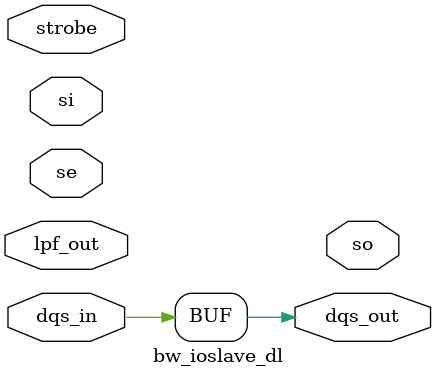
<source format=v>

module bw_ioslave_dl(
	// inputs in alphabetical order
	dqs_in,
	lpf_out,
	se,
	si,
	strobe,
	//outputs in alphabetical order
	dqs_out,
	so          );

	input		dqs_in;
	input [4:0]	lpf_out;
	input		se;
	input		si;
	input		strobe;

	output		dqs_out;
	output		so;

       parameter DELAY = 1250;

        reg             dqs_out;

        // 1/4 cycle delay line.
        always @(dqs_in)
          begin
            dqs_out <= #DELAY dqs_in;
          end


endmodule
	

</source>
